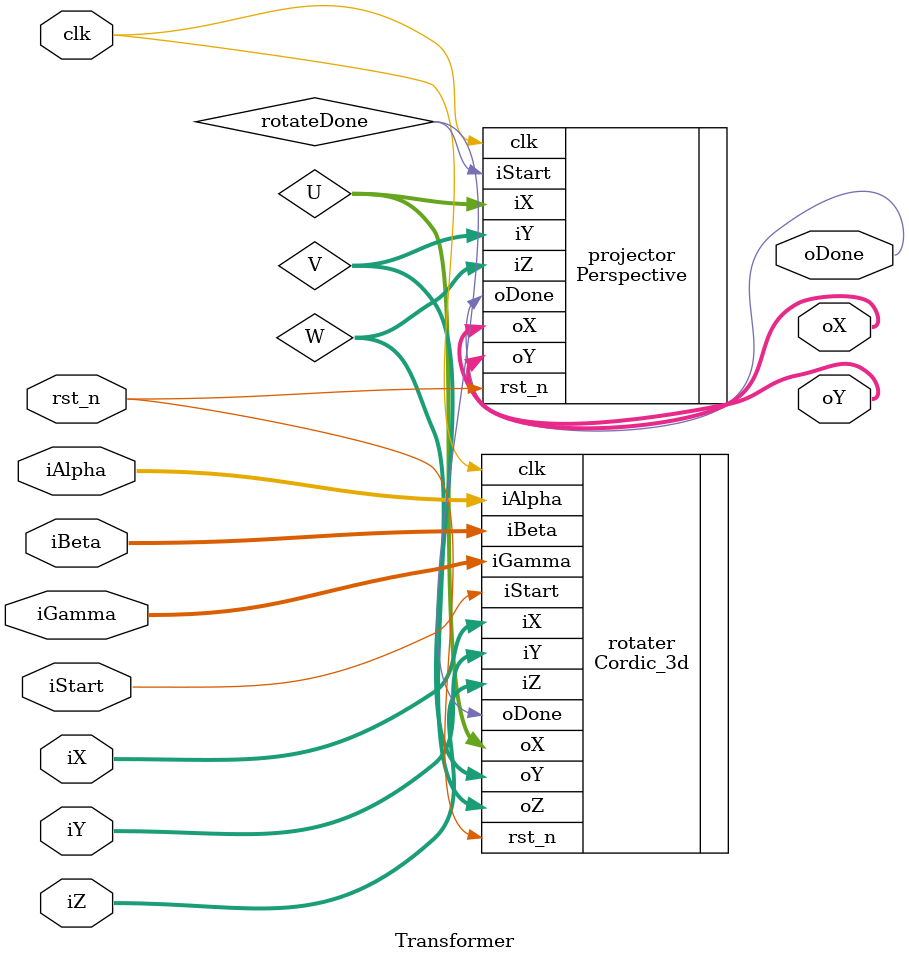
<source format=v>
module Transformer#(
    parameter CAMERA_DISTANCE = 1120 <<< 3, // the distance of the camera to the front Z clip plane
    parameter BOX_SIZE = 600 <<< 3
)(
    input clk,
    input rst_n,
    
    input iStart,
    output oDone,

    input signed [15:0] iAlpha,
    input signed [15:0] iBeta,
    input signed [15:0] iGamma,

    input signed [15:0] iX,
    input signed [15:0] iY,
    input signed [15:0] iZ,

    output signed [15:0] oX,
    output signed [15:0] oY
);

wire rotateDone;
wire signed [15:0] U, V, W;

Cordic_3d rotater (
    .clk(clk),
    .rst_n(rst_n),
    .iStart(iStart),
    .iX(iX),
    .iY(iY),
    .iZ(iZ),
    .oX(U),
    .oY(V),
    .oZ(W),
    .iAlpha(iAlpha),
    .iBeta(iBeta),
    .iGamma(iGamma),
    .oDone(rotateDone)
);

Perspective #(
    .BOX_SIZE(BOX_SIZE),
    .CAMERA_DISTANCE(CAMERA_DISTANCE)
) projector (
    .clk(clk),
    .rst_n(rst_n),
    .iStart(rotateDone),
    .oDone(oDone),
    .iX(U),
    .iY(V),
    .iZ(W),
    .oX(oX),
    .oY(oY)
);


endmodule
</source>
